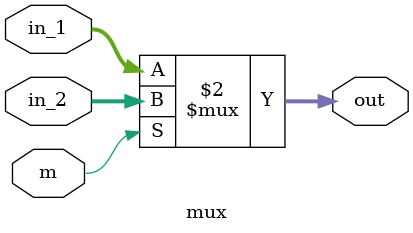
<source format=v>
`timescale 1ns / 1ps


module mux(
	input m, // control signal
	input [3:0] in_1,in_2,
	output [3:0] out
);
	assign out=(m==0?in_1:in_2);

endmodule // mux

</source>
